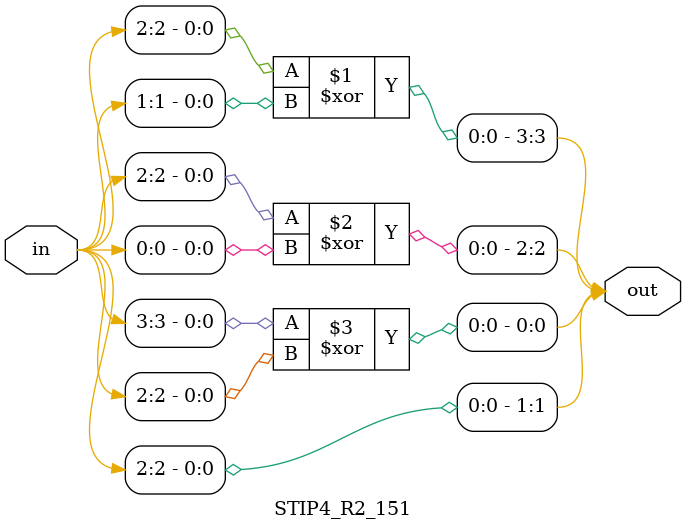
<source format=v>
module  STIP4_R2_151(in,out);
input[3:0] in;
output[3:0] out;
wire[3:0] out;
assign out[3]=in[2]^in[1];
assign out[2]=in[2]^in[0];
assign out[1]=in[2];
assign out[0]=in[3]^in[2];
endmodule

</source>
